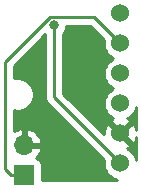
<source format=gbr>
G04 #@! TF.GenerationSoftware,KiCad,Pcbnew,(5.1.5)-3*
G04 #@! TF.CreationDate,2020-12-21T12:28:59+01:00*
G04 #@! TF.ProjectId,epimetheus_bme680,6570696d-6574-4686-9575-735f626d6536,rev?*
G04 #@! TF.SameCoordinates,Original*
G04 #@! TF.FileFunction,Copper,L2,Bot*
G04 #@! TF.FilePolarity,Positive*
%FSLAX46Y46*%
G04 Gerber Fmt 4.6, Leading zero omitted, Abs format (unit mm)*
G04 Created by KiCad (PCBNEW (5.1.5)-3) date 2020-12-21 12:28:59*
%MOMM*%
%LPD*%
G04 APERTURE LIST*
%ADD10C,1.524000*%
%ADD11O,1.700000X1.700000*%
%ADD12R,1.700000X1.700000*%
%ADD13C,0.800000*%
%ADD14C,0.250000*%
%ADD15C,0.254000*%
G04 APERTURE END LIST*
D10*
X179070000Y-24130000D03*
X179070000Y-26670000D03*
X179070000Y-29210000D03*
X179070000Y-31750000D03*
X179070000Y-34290000D03*
X179070000Y-36830000D03*
D11*
X170942000Y-35306000D03*
D12*
X170942000Y-37846000D03*
D13*
X173482000Y-25146000D03*
D14*
X179070000Y-36830000D02*
X173482000Y-31242000D01*
X173482000Y-31242000D02*
X173482000Y-25146000D01*
X169297999Y-37301999D02*
X169842000Y-37846000D01*
X169297999Y-28256999D02*
X169297999Y-37301999D01*
X173133999Y-24420999D02*
X169297999Y-28256999D01*
X176820999Y-24420999D02*
X173133999Y-24420999D01*
X169842000Y-37846000D02*
X170942000Y-37846000D01*
X179070000Y-26670000D02*
X176820999Y-24420999D01*
D15*
G36*
X172722000Y-31204677D02*
G01*
X172718324Y-31242000D01*
X172722000Y-31279322D01*
X172722000Y-31279332D01*
X172732997Y-31390985D01*
X172776454Y-31534246D01*
X172847026Y-31666276D01*
X172886871Y-31714826D01*
X172941999Y-31782001D01*
X172971003Y-31805804D01*
X177703628Y-36538431D01*
X177673000Y-36692408D01*
X177673000Y-36967592D01*
X177726686Y-37237490D01*
X177831995Y-37491727D01*
X177984880Y-37720535D01*
X178179465Y-37915120D01*
X178408273Y-38068005D01*
X178662510Y-38173314D01*
X178806724Y-38202000D01*
X172430072Y-38202000D01*
X172430072Y-36996000D01*
X172417812Y-36871518D01*
X172381502Y-36751820D01*
X172322537Y-36641506D01*
X172243185Y-36544815D01*
X172146494Y-36465463D01*
X172036180Y-36406498D01*
X171955534Y-36382034D01*
X172039588Y-36306269D01*
X172213641Y-36072920D01*
X172338825Y-35810099D01*
X172383476Y-35662890D01*
X172262155Y-35433000D01*
X171069000Y-35433000D01*
X171069000Y-35453000D01*
X170815000Y-35453000D01*
X170815000Y-35433000D01*
X170795000Y-35433000D01*
X170795000Y-35179000D01*
X170815000Y-35179000D01*
X170815000Y-33985186D01*
X171069000Y-33985186D01*
X171069000Y-35179000D01*
X172262155Y-35179000D01*
X172383476Y-34949110D01*
X172338825Y-34801901D01*
X172213641Y-34539080D01*
X172039588Y-34305731D01*
X171823355Y-34110822D01*
X171573252Y-33961843D01*
X171298891Y-33864519D01*
X171069000Y-33985186D01*
X170815000Y-33985186D01*
X170585109Y-33864519D01*
X170310748Y-33961843D01*
X170060645Y-34110822D01*
X170057999Y-34113207D01*
X170057999Y-32337476D01*
X170236589Y-32373000D01*
X170509411Y-32373000D01*
X170776989Y-32319775D01*
X171029043Y-32215371D01*
X171255886Y-32063799D01*
X171448799Y-31870886D01*
X171600371Y-31644043D01*
X171704775Y-31391989D01*
X171758000Y-31124411D01*
X171758000Y-30851589D01*
X171704775Y-30584011D01*
X171600371Y-30331957D01*
X171448799Y-30105114D01*
X171255886Y-29912201D01*
X171029043Y-29760629D01*
X170776989Y-29656225D01*
X170509411Y-29603000D01*
X170236589Y-29603000D01*
X170057999Y-29638524D01*
X170057999Y-28571800D01*
X172722001Y-25907799D01*
X172722000Y-31204677D01*
G37*
X172722000Y-31204677D02*
X172718324Y-31242000D01*
X172722000Y-31279322D01*
X172722000Y-31279332D01*
X172732997Y-31390985D01*
X172776454Y-31534246D01*
X172847026Y-31666276D01*
X172886871Y-31714826D01*
X172941999Y-31782001D01*
X172971003Y-31805804D01*
X177703628Y-36538431D01*
X177673000Y-36692408D01*
X177673000Y-36967592D01*
X177726686Y-37237490D01*
X177831995Y-37491727D01*
X177984880Y-37720535D01*
X178179465Y-37915120D01*
X178408273Y-38068005D01*
X178662510Y-38173314D01*
X178806724Y-38202000D01*
X172430072Y-38202000D01*
X172430072Y-36996000D01*
X172417812Y-36871518D01*
X172381502Y-36751820D01*
X172322537Y-36641506D01*
X172243185Y-36544815D01*
X172146494Y-36465463D01*
X172036180Y-36406498D01*
X171955534Y-36382034D01*
X172039588Y-36306269D01*
X172213641Y-36072920D01*
X172338825Y-35810099D01*
X172383476Y-35662890D01*
X172262155Y-35433000D01*
X171069000Y-35433000D01*
X171069000Y-35453000D01*
X170815000Y-35453000D01*
X170815000Y-35433000D01*
X170795000Y-35433000D01*
X170795000Y-35179000D01*
X170815000Y-35179000D01*
X170815000Y-33985186D01*
X171069000Y-33985186D01*
X171069000Y-35179000D01*
X172262155Y-35179000D01*
X172383476Y-34949110D01*
X172338825Y-34801901D01*
X172213641Y-34539080D01*
X172039588Y-34305731D01*
X171823355Y-34110822D01*
X171573252Y-33961843D01*
X171298891Y-33864519D01*
X171069000Y-33985186D01*
X170815000Y-33985186D01*
X170585109Y-33864519D01*
X170310748Y-33961843D01*
X170060645Y-34110822D01*
X170057999Y-34113207D01*
X170057999Y-32337476D01*
X170236589Y-32373000D01*
X170509411Y-32373000D01*
X170776989Y-32319775D01*
X171029043Y-32215371D01*
X171255886Y-32063799D01*
X171448799Y-31870886D01*
X171600371Y-31644043D01*
X171704775Y-31391989D01*
X171758000Y-31124411D01*
X171758000Y-30851589D01*
X171704775Y-30584011D01*
X171600371Y-30331957D01*
X171448799Y-30105114D01*
X171255886Y-29912201D01*
X171029043Y-29760629D01*
X170776989Y-29656225D01*
X170509411Y-29603000D01*
X170236589Y-29603000D01*
X170057999Y-29638524D01*
X170057999Y-28571800D01*
X172722001Y-25907799D01*
X172722000Y-31204677D01*
G36*
X177703628Y-26378430D02*
G01*
X177673000Y-26532408D01*
X177673000Y-26807592D01*
X177726686Y-27077490D01*
X177831995Y-27331727D01*
X177984880Y-27560535D01*
X178179465Y-27755120D01*
X178408273Y-27908005D01*
X178485515Y-27940000D01*
X178408273Y-27971995D01*
X178179465Y-28124880D01*
X177984880Y-28319465D01*
X177831995Y-28548273D01*
X177726686Y-28802510D01*
X177673000Y-29072408D01*
X177673000Y-29347592D01*
X177726686Y-29617490D01*
X177831995Y-29871727D01*
X177984880Y-30100535D01*
X178179465Y-30295120D01*
X178408273Y-30448005D01*
X178485515Y-30480000D01*
X178408273Y-30511995D01*
X178179465Y-30664880D01*
X177984880Y-30859465D01*
X177831995Y-31088273D01*
X177726686Y-31342510D01*
X177673000Y-31612408D01*
X177673000Y-31887592D01*
X177726686Y-32157490D01*
X177831995Y-32411727D01*
X177984880Y-32640535D01*
X178179465Y-32835120D01*
X178408273Y-32988005D01*
X178479943Y-33017692D01*
X178466977Y-33022364D01*
X178351020Y-33084344D01*
X178284040Y-33324435D01*
X179070000Y-34110395D01*
X179855960Y-33324435D01*
X179788980Y-33084344D01*
X179653240Y-33020515D01*
X179731727Y-32988005D01*
X179960535Y-32835120D01*
X180155120Y-32640535D01*
X180308005Y-32411727D01*
X180413314Y-32157490D01*
X180442000Y-32013274D01*
X180442000Y-34019415D01*
X180430922Y-33945867D01*
X180337636Y-33686977D01*
X180275656Y-33571020D01*
X180035565Y-33504040D01*
X179249605Y-34290000D01*
X180035565Y-35075960D01*
X180275656Y-35008980D01*
X180392756Y-34759952D01*
X180442000Y-34561475D01*
X180442000Y-36566725D01*
X180413314Y-36422510D01*
X180308005Y-36168273D01*
X180155120Y-35939465D01*
X179960535Y-35744880D01*
X179731727Y-35591995D01*
X179660057Y-35562308D01*
X179673023Y-35557636D01*
X179788980Y-35495656D01*
X179855960Y-35255565D01*
X179070000Y-34469605D01*
X179055858Y-34483748D01*
X178876253Y-34304143D01*
X178890395Y-34290000D01*
X178104435Y-33504040D01*
X177864344Y-33571020D01*
X177747244Y-33820048D01*
X177680977Y-34087135D01*
X177668481Y-34353679D01*
X174242000Y-30927199D01*
X174242000Y-25849711D01*
X174285937Y-25805774D01*
X174399205Y-25636256D01*
X174477226Y-25447898D01*
X174517000Y-25247939D01*
X174517000Y-25180999D01*
X176506198Y-25180999D01*
X177703628Y-26378430D01*
G37*
X177703628Y-26378430D02*
X177673000Y-26532408D01*
X177673000Y-26807592D01*
X177726686Y-27077490D01*
X177831995Y-27331727D01*
X177984880Y-27560535D01*
X178179465Y-27755120D01*
X178408273Y-27908005D01*
X178485515Y-27940000D01*
X178408273Y-27971995D01*
X178179465Y-28124880D01*
X177984880Y-28319465D01*
X177831995Y-28548273D01*
X177726686Y-28802510D01*
X177673000Y-29072408D01*
X177673000Y-29347592D01*
X177726686Y-29617490D01*
X177831995Y-29871727D01*
X177984880Y-30100535D01*
X178179465Y-30295120D01*
X178408273Y-30448005D01*
X178485515Y-30480000D01*
X178408273Y-30511995D01*
X178179465Y-30664880D01*
X177984880Y-30859465D01*
X177831995Y-31088273D01*
X177726686Y-31342510D01*
X177673000Y-31612408D01*
X177673000Y-31887592D01*
X177726686Y-32157490D01*
X177831995Y-32411727D01*
X177984880Y-32640535D01*
X178179465Y-32835120D01*
X178408273Y-32988005D01*
X178479943Y-33017692D01*
X178466977Y-33022364D01*
X178351020Y-33084344D01*
X178284040Y-33324435D01*
X179070000Y-34110395D01*
X179855960Y-33324435D01*
X179788980Y-33084344D01*
X179653240Y-33020515D01*
X179731727Y-32988005D01*
X179960535Y-32835120D01*
X180155120Y-32640535D01*
X180308005Y-32411727D01*
X180413314Y-32157490D01*
X180442000Y-32013274D01*
X180442000Y-34019415D01*
X180430922Y-33945867D01*
X180337636Y-33686977D01*
X180275656Y-33571020D01*
X180035565Y-33504040D01*
X179249605Y-34290000D01*
X180035565Y-35075960D01*
X180275656Y-35008980D01*
X180392756Y-34759952D01*
X180442000Y-34561475D01*
X180442000Y-36566725D01*
X180413314Y-36422510D01*
X180308005Y-36168273D01*
X180155120Y-35939465D01*
X179960535Y-35744880D01*
X179731727Y-35591995D01*
X179660057Y-35562308D01*
X179673023Y-35557636D01*
X179788980Y-35495656D01*
X179855960Y-35255565D01*
X179070000Y-34469605D01*
X179055858Y-34483748D01*
X178876253Y-34304143D01*
X178890395Y-34290000D01*
X178104435Y-33504040D01*
X177864344Y-33571020D01*
X177747244Y-33820048D01*
X177680977Y-34087135D01*
X177668481Y-34353679D01*
X174242000Y-30927199D01*
X174242000Y-25849711D01*
X174285937Y-25805774D01*
X174399205Y-25636256D01*
X174477226Y-25447898D01*
X174517000Y-25247939D01*
X174517000Y-25180999D01*
X176506198Y-25180999D01*
X177703628Y-26378430D01*
M02*

</source>
